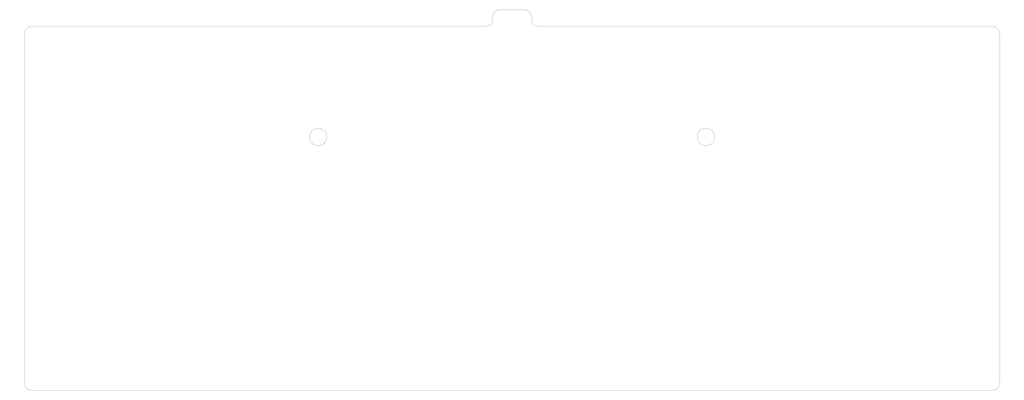
<source format=gbr>
G04 #@! TF.GenerationSoftware,KiCad,Pcbnew,(5.99.0-2555-g9cc6a77cc-dirty)*
G04 #@! TF.CreationDate,2020-08-06T21:31:07-04:00*
G04 #@! TF.ProjectId,Boston-keyboard-S,426f7374-6f6e-42d6-9b65-79626f617264,rev?*
G04 #@! TF.SameCoordinates,Original*
G04 #@! TF.FileFunction,Profile,NP*
%FSLAX46Y46*%
G04 Gerber Fmt 4.6, Leading zero omitted, Abs format (unit mm)*
G04 Created by KiCad (PCBNEW (5.99.0-2555-g9cc6a77cc-dirty)) date 2020-08-06 21:31:07*
%MOMM*%
%LPD*%
G01*
G04 APERTURE LIST*
G04 #@! TA.AperFunction,Profile*
%ADD10C,0.050000*%
G04 #@! TD*
G04 APERTURE END LIST*
D10*
X379475000Y-88000000D02*
X-8000000Y-88000000D01*
X195737000Y59000000D02*
X379475000Y59000000D01*
X175737000Y59000000D02*
X-8000000Y59000000D01*
X177737000Y62200000D02*
X177737000Y61000000D01*
X193737000Y62200000D02*
X193737000Y61000000D01*
X181237000Y65700000D02*
X190237000Y65700000D01*
X190237000Y65700000D02*
G75*
G02*
X193737000Y62200000I0J-3500000D01*
G01*
X111000000Y14287500D02*
G75*
G03*
X111000000Y14287500I-3500000J0D01*
G01*
X267500000Y14287500D02*
G75*
G03*
X267500000Y14287500I-3500000J0D01*
G01*
X195737000Y59000000D02*
G75*
G02*
X193737000Y61000000I0J2000000D01*
G01*
X175737000Y59000000D02*
G75*
G03*
X177737000Y61000000I0J2000000D01*
G01*
X177737000Y62200000D02*
G75*
G02*
X181237000Y65700000I3500000J0D01*
G01*
X-11000000Y56000000D02*
X-11000000Y-85000000D01*
X382475000Y56000000D02*
X382475000Y-85000000D01*
X382475000Y56000000D02*
G75*
G03*
X379475000Y59000000I-3000000J0D01*
G01*
X-11000000Y56000000D02*
G75*
G02*
X-8000000Y59000000I3000000J0D01*
G01*
X382475000Y-85000000D02*
G75*
G02*
X379475000Y-88000000I-3000000J0D01*
G01*
X-8000000Y-88000000D02*
G75*
G02*
X-11000000Y-85000000I0J3000000D01*
G01*
M02*

</source>
